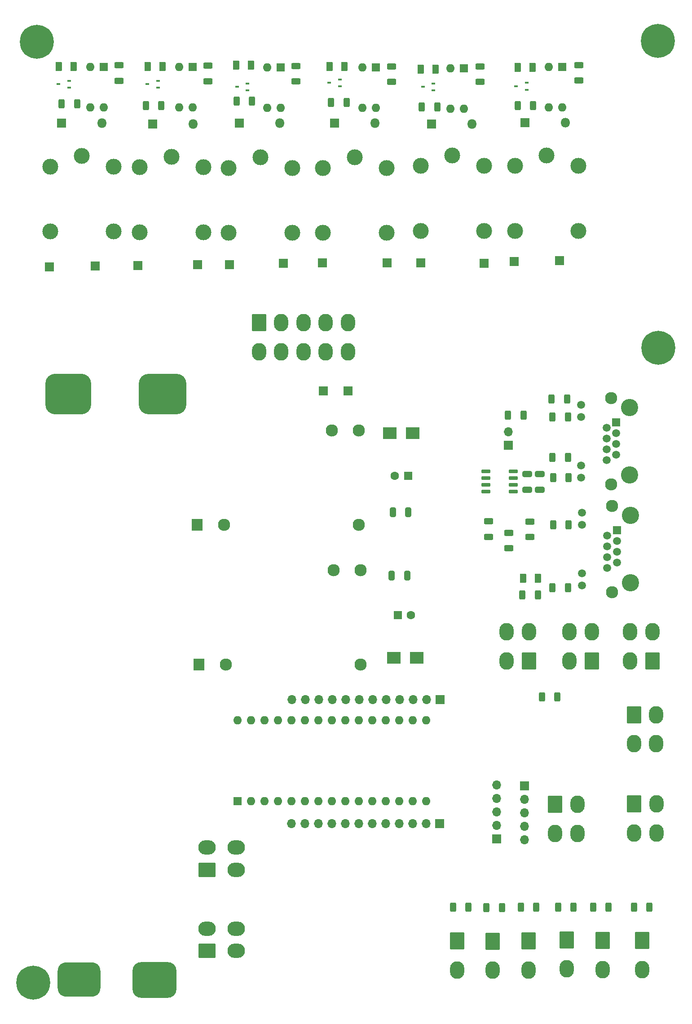
<source format=gts>
%TF.GenerationSoftware,KiCad,Pcbnew,6.0.6-3a73a75311~116~ubuntu20.04.1*%
%TF.CreationDate,2022-07-08T20:35:28+03:00*%
%TF.ProjectId,kolos_system_2022,6b6f6c6f-735f-4737-9973-74656d5f3230,rev?*%
%TF.SameCoordinates,Original*%
%TF.FileFunction,Soldermask,Top*%
%TF.FilePolarity,Negative*%
%FSLAX46Y46*%
G04 Gerber Fmt 4.6, Leading zero omitted, Abs format (unit mm)*
G04 Created by KiCad (PCBNEW 6.0.6-3a73a75311~116~ubuntu20.04.1) date 2022-07-08 20:35:28*
%MOMM*%
%LPD*%
G01*
G04 APERTURE LIST*
G04 Aperture macros list*
%AMRoundRect*
0 Rectangle with rounded corners*
0 $1 Rounding radius*
0 $2 $3 $4 $5 $6 $7 $8 $9 X,Y pos of 4 corners*
0 Add a 4 corners polygon primitive as box body*
4,1,4,$2,$3,$4,$5,$6,$7,$8,$9,$2,$3,0*
0 Add four circle primitives for the rounded corners*
1,1,$1+$1,$2,$3*
1,1,$1+$1,$4,$5*
1,1,$1+$1,$6,$7*
1,1,$1+$1,$8,$9*
0 Add four rect primitives between the rounded corners*
20,1,$1+$1,$2,$3,$4,$5,0*
20,1,$1+$1,$4,$5,$6,$7,0*
20,1,$1+$1,$6,$7,$8,$9,0*
20,1,$1+$1,$8,$9,$2,$3,0*%
G04 Aperture macros list end*
%ADD10R,1.700000X1.700000*%
%ADD11RoundRect,0.250001X-1.099999X-1.399999X1.099999X-1.399999X1.099999X1.399999X-1.099999X1.399999X0*%
%ADD12O,2.700000X3.300000*%
%ADD13RoundRect,0.250000X0.625000X-0.312500X0.625000X0.312500X-0.625000X0.312500X-0.625000X-0.312500X0*%
%ADD14O,1.700000X1.700000*%
%ADD15R,2.500000X2.300000*%
%ADD16R,0.700000X0.450000*%
%ADD17C,3.250000*%
%ADD18R,1.500000X1.500000*%
%ADD19C,1.500000*%
%ADD20C,2.300000*%
%ADD21RoundRect,0.250000X-0.375000X-0.625000X0.375000X-0.625000X0.375000X0.625000X-0.375000X0.625000X0*%
%ADD22R,2.000000X2.300000*%
%ADD23RoundRect,0.250000X0.312500X0.625000X-0.312500X0.625000X-0.312500X-0.625000X0.312500X-0.625000X0*%
%ADD24RoundRect,0.250000X0.650000X-0.325000X0.650000X0.325000X-0.650000X0.325000X-0.650000X-0.325000X0*%
%ADD25RoundRect,0.150000X-0.725000X-0.150000X0.725000X-0.150000X0.725000X0.150000X-0.725000X0.150000X0*%
%ADD26R,1.600000X1.600000*%
%ADD27O,1.600000X1.600000*%
%ADD28RoundRect,0.250000X-0.325000X-0.650000X0.325000X-0.650000X0.325000X0.650000X-0.325000X0.650000X0*%
%ADD29RoundRect,0.250001X1.099999X1.399999X-1.099999X1.399999X-1.099999X-1.399999X1.099999X-1.399999X0*%
%ADD30C,6.400000*%
%ADD31RoundRect,0.250000X-0.312500X-0.625000X0.312500X-0.625000X0.312500X0.625000X-0.312500X0.625000X0*%
%ADD32RoundRect,0.250001X1.399999X-1.099999X1.399999X1.099999X-1.399999X1.099999X-1.399999X-1.099999X0*%
%ADD33O,3.300000X2.700000*%
%ADD34R,1.800000X1.800000*%
%ADD35O,1.800000X1.800000*%
%ADD36C,3.000000*%
%ADD37RoundRect,1.619250X2.413000X1.619250X-2.413000X1.619250X-2.413000X-1.619250X2.413000X-1.619250X0*%
%ADD38RoundRect,1.912938X2.420937X1.912937X-2.420937X1.912937X-2.420937X-1.912937X2.420937X-1.912937X0*%
%ADD39RoundRect,1.682750X2.476500X1.682750X-2.476500X1.682750X-2.476500X-1.682750X2.476500X-1.682750X0*%
%ADD40RoundRect,1.905000X2.603500X1.905000X-2.603500X1.905000X-2.603500X-1.905000X2.603500X-1.905000X0*%
%ADD41C,1.600000*%
%ADD42RoundRect,0.250000X-0.625000X0.312500X-0.625000X-0.312500X0.625000X-0.312500X0.625000X0.312500X0*%
G04 APERTURE END LIST*
D10*
%TO.C,J2*%
X95807000Y-107061000D03*
%TD*%
%TO.C,J1*%
X100457000Y-107061000D03*
%TD*%
D11*
%TO.C,I2C-3*%
X154364000Y-168073000D03*
D12*
X158564000Y-168073000D03*
X154364000Y-173573000D03*
X158564000Y-173573000D03*
%TD*%
D13*
%TO.C,RR1*%
X144018000Y-48579500D03*
X144018000Y-45654500D03*
%TD*%
D10*
%TO.C,SW1*%
X130683000Y-117348000D03*
D14*
X130683000Y-114808000D03*
%TD*%
D15*
%TO.C,D1*%
X112649000Y-115062000D03*
X108349000Y-115062000D03*
%TD*%
D10*
%TO.C,rel2-NC1*%
X126111000Y-83058000D03*
%TD*%
%TO.C,rel3-NC1*%
X107823000Y-82931000D03*
%TD*%
D16*
%TO.C,Q6*%
X47863000Y-49926000D03*
X47863000Y-48626000D03*
X45863000Y-49276000D03*
%TD*%
D17*
%TO.C,J19*%
X153672000Y-143256000D03*
X153672000Y-130556000D03*
D18*
X151132000Y-133346000D03*
D19*
X149352000Y-134362000D03*
X151132000Y-135378000D03*
X149352000Y-136394000D03*
X151132000Y-137410000D03*
X149352000Y-138426000D03*
X151132000Y-139442000D03*
X149352000Y-140458000D03*
X144532000Y-130046000D03*
X144532000Y-132336000D03*
X144532000Y-141476000D03*
X144532000Y-143766000D03*
D20*
X150242000Y-145036000D03*
X150242000Y-128776000D03*
%TD*%
D21*
%TO.C,DRR1*%
X132455000Y-46101000D03*
X135255000Y-46101000D03*
%TD*%
D22*
%TO.C,PS2*%
X72390000Y-158607500D03*
D20*
X77470000Y-158607500D03*
X97790000Y-140827500D03*
X102870000Y-140827500D03*
X102870000Y-158607500D03*
%TD*%
D23*
%TO.C,R16*%
X136271000Y-145542000D03*
X133346000Y-145542000D03*
%TD*%
D21*
%TO.C,D7*%
X133477000Y-142367000D03*
X136277000Y-142367000D03*
%TD*%
D10*
%TO.C,Ja2*%
X117856000Y-165227000D03*
D14*
X115316000Y-165227000D03*
X112776000Y-165227000D03*
X110236000Y-165227000D03*
X107696000Y-165227000D03*
X105156000Y-165227000D03*
X102616000Y-165227000D03*
X100076000Y-165227000D03*
X97536000Y-165227000D03*
X94996000Y-165227000D03*
X92456000Y-165227000D03*
X89916000Y-165227000D03*
%TD*%
D13*
%TO.C,RR5*%
X74041000Y-48706500D03*
X74041000Y-45781500D03*
%TD*%
D21*
%TO.C,DRR5*%
X62732000Y-45974000D03*
X65532000Y-45974000D03*
%TD*%
D24*
%TO.C,C5*%
X136652000Y-125681000D03*
X136652000Y-122731000D03*
%TD*%
D25*
%TO.C,UMAX1*%
X126457000Y-122223000D03*
X126457000Y-123493000D03*
X126457000Y-124763000D03*
X126457000Y-126033000D03*
X131607000Y-126033000D03*
X131607000Y-124763000D03*
X131607000Y-123493000D03*
X131607000Y-122223000D03*
%TD*%
D26*
%TO.C,U1*%
X140848000Y-45984000D03*
D27*
X138308000Y-45984000D03*
X138308000Y-53604000D03*
X140848000Y-53604000D03*
%TD*%
D28*
%TO.C,C3*%
X108683000Y-141859000D03*
X111633000Y-141859000D03*
%TD*%
D16*
%TO.C,Q2*%
X116570000Y-50434000D03*
X116570000Y-49134000D03*
X114570000Y-49784000D03*
%TD*%
D11*
%TO.C,AIN_6*%
X155913000Y-210582000D03*
D12*
X155913000Y-216082000D03*
%TD*%
D29*
%TO.C,1WIRE2*%
X146440000Y-157988000D03*
D12*
X142240000Y-157988000D03*
X146440000Y-152488000D03*
X142240000Y-152488000D03*
%TD*%
D21*
%TO.C,DRR3*%
X97022000Y-45974000D03*
X99822000Y-45974000D03*
%TD*%
D30*
%TO.C,H4*%
X158877000Y-41148000D03*
%TD*%
D11*
%TO.C,AIN_3*%
X134493000Y-210709000D03*
D12*
X134493000Y-216209000D03*
%TD*%
D10*
%TO.C,rel1-NC1*%
X140335000Y-82550000D03*
%TD*%
D31*
%TO.C,RAIN3*%
X133030500Y-204359000D03*
X135955500Y-204359000D03*
%TD*%
D10*
%TO.C,rel6-NC1*%
X52832000Y-83566000D03*
%TD*%
D26*
%TO.C,A1*%
X79629000Y-184394000D03*
D27*
X82169000Y-184394000D03*
X84709000Y-184394000D03*
X87249000Y-184394000D03*
X89789000Y-184394000D03*
X92329000Y-184394000D03*
X94869000Y-184394000D03*
X97409000Y-184394000D03*
X99949000Y-184394000D03*
X102489000Y-184394000D03*
X105029000Y-184394000D03*
X107569000Y-184394000D03*
X110109000Y-184394000D03*
X112649000Y-184394000D03*
X115189000Y-184394000D03*
X115189000Y-169154000D03*
X112649000Y-169154000D03*
X110109000Y-169154000D03*
X107569000Y-169154000D03*
X105029000Y-169154000D03*
X102489000Y-169154000D03*
X99949000Y-169154000D03*
X97409000Y-169154000D03*
X94869000Y-169154000D03*
X92329000Y-169154000D03*
X89789000Y-169154000D03*
X87249000Y-169154000D03*
X84709000Y-169154000D03*
X82169000Y-169154000D03*
X79629000Y-169154000D03*
%TD*%
D11*
%TO.C,AIN_1*%
X121031000Y-210709000D03*
D12*
X121031000Y-216209000D03*
%TD*%
D31*
%TO.C,R5*%
X139126500Y-132334000D03*
X142051500Y-132334000D03*
%TD*%
D16*
%TO.C,Q3*%
X98917000Y-49672000D03*
X98917000Y-48372000D03*
X96917000Y-49022000D03*
%TD*%
D23*
%TO.C,R18*%
X141736000Y-108585000D03*
X138811000Y-108585000D03*
%TD*%
D32*
%TO.C,DHT_2*%
X73914000Y-212598000D03*
D33*
X73914000Y-208398000D03*
X79414000Y-212598000D03*
X79414000Y-208398000D03*
%TD*%
D21*
%TO.C,DRR2*%
X114167000Y-46482000D03*
X116967000Y-46482000D03*
%TD*%
D26*
%TO.C,U6*%
X54361000Y-45984000D03*
D27*
X51821000Y-45984000D03*
X51821000Y-53604000D03*
X54361000Y-53604000D03*
%TD*%
D29*
%TO.C,1WIRE1*%
X134570000Y-157988000D03*
D12*
X130370000Y-157988000D03*
X134570000Y-152488000D03*
X130370000Y-152488000D03*
%TD*%
D10*
%TO.C,rel4-NC1*%
X88265000Y-83058000D03*
%TD*%
D31*
%TO.C,R4*%
X139126500Y-123444000D03*
X142051500Y-123444000D03*
%TD*%
D10*
%TO.C,rel2-NO1*%
X114173000Y-82931000D03*
%TD*%
D11*
%TO.C,J29*%
X83666000Y-94195000D03*
D12*
X87866000Y-94195000D03*
X92066000Y-94195000D03*
X96266000Y-94195000D03*
X100466000Y-94195000D03*
X83666000Y-99695000D03*
X87866000Y-99695000D03*
X92066000Y-99695000D03*
X96266000Y-99695000D03*
X100466000Y-99695000D03*
%TD*%
D31*
%TO.C,R17*%
X130617500Y-111633000D03*
X133542500Y-111633000D03*
%TD*%
%TO.C,R3*%
X138999500Y-112014000D03*
X141924500Y-112014000D03*
%TD*%
D11*
%TO.C,AIN_5*%
X148463000Y-210582000D03*
D12*
X148463000Y-216082000D03*
%TD*%
D13*
%TO.C,RR3*%
X108712000Y-48833500D03*
X108712000Y-45908500D03*
%TD*%
D21*
%TO.C,DRR4*%
X79372000Y-45720000D03*
X82172000Y-45720000D03*
%TD*%
D34*
%TO.C,DR1*%
X133858000Y-56515000D03*
D35*
X141478000Y-56515000D03*
%TD*%
D10*
%TO.C,rel5-NC1*%
X60833000Y-83439000D03*
%TD*%
D17*
%TO.C,J18*%
X153543000Y-122940000D03*
X153543000Y-110240000D03*
D18*
X151003000Y-113030000D03*
D19*
X149223000Y-114046000D03*
X151003000Y-115062000D03*
X149223000Y-116078000D03*
X151003000Y-117094000D03*
X149223000Y-118110000D03*
X151003000Y-119126000D03*
X149223000Y-120142000D03*
X144403000Y-109730000D03*
X144403000Y-112020000D03*
X144403000Y-121160000D03*
X144403000Y-123450000D03*
D20*
X150113000Y-108460000D03*
X150113000Y-124720000D03*
%TD*%
D30*
%TO.C,H1*%
X159004000Y-98933000D03*
%TD*%
D36*
%TO.C,K2*%
X114142000Y-64689000D03*
X120142000Y-62689000D03*
X114142000Y-76889000D03*
X126142000Y-76889000D03*
X126142000Y-64689000D03*
%TD*%
D37*
%TO.C,FL1*%
X49784000Y-218005438D03*
D38*
X47752000Y-107642438D03*
D39*
X64008000Y-218068938D03*
D40*
X65532000Y-107642438D03*
%TD*%
D34*
%TO.C,DR6*%
X46482000Y-56642000D03*
D35*
X54102000Y-56642000D03*
%TD*%
D13*
%TO.C,R7*%
X127000000Y-134558500D03*
X127000000Y-131633500D03*
%TD*%
D26*
%TO.C,U5*%
X71125000Y-45984000D03*
D27*
X68585000Y-45984000D03*
X68585000Y-53604000D03*
X71125000Y-53604000D03*
%TD*%
D22*
%TO.C,PS1*%
X72009000Y-132318500D03*
D20*
X77089000Y-132318500D03*
X97409000Y-114538500D03*
X102489000Y-114538500D03*
X102489000Y-132318500D03*
%TD*%
D28*
%TO.C,C1*%
X108888000Y-129921000D03*
X111838000Y-129921000D03*
%TD*%
D29*
%TO.C,1WIRE3*%
X157870000Y-157988000D03*
D12*
X153670000Y-157988000D03*
X157870000Y-152488000D03*
X153670000Y-152488000D03*
%TD*%
D23*
%TO.C,RRR4*%
X82361500Y-52451000D03*
X79436500Y-52451000D03*
%TD*%
D36*
%TO.C,K4*%
X77947000Y-65070000D03*
X83947000Y-63070000D03*
X77947000Y-77270000D03*
X89947000Y-77270000D03*
X89947000Y-65070000D03*
%TD*%
D26*
%TO.C,C4*%
X109845349Y-149352000D03*
D41*
X112345349Y-149352000D03*
%TD*%
D31*
%TO.C,RAIN2*%
X126553500Y-204395000D03*
X129478500Y-204395000D03*
%TD*%
%TO.C,RAIN1*%
X120265000Y-204343000D03*
X123190000Y-204343000D03*
%TD*%
D23*
%TO.C,RRR6*%
X49403000Y-52959000D03*
X46478000Y-52959000D03*
%TD*%
D26*
%TO.C,U4*%
X87762000Y-46111000D03*
D27*
X85222000Y-46111000D03*
X85222000Y-53731000D03*
X87762000Y-53731000D03*
%TD*%
D11*
%TO.C,AIN_4*%
X141732000Y-210491000D03*
D12*
X141732000Y-215991000D03*
%TD*%
D36*
%TO.C,K1*%
X131922000Y-64689000D03*
X137922000Y-62689000D03*
X131922000Y-76889000D03*
X143922000Y-76889000D03*
X143922000Y-64689000D03*
%TD*%
D10*
%TO.C,rel6-NO1*%
X44196000Y-83693000D03*
%TD*%
D34*
%TO.C,DR4*%
X80010000Y-56642000D03*
D35*
X87630000Y-56642000D03*
%TD*%
D13*
%TO.C,R11*%
X134747000Y-134624000D03*
X134747000Y-131699000D03*
%TD*%
D16*
%TO.C,Q5*%
X64627000Y-49926000D03*
X64627000Y-48626000D03*
X62627000Y-49276000D03*
%TD*%
D31*
%TO.C,R1WIRE1*%
X137029000Y-164719000D03*
X139954000Y-164719000D03*
%TD*%
D10*
%TO.C,rel1-NO1*%
X131826000Y-82677000D03*
%TD*%
D23*
%TO.C,RRR1*%
X135382000Y-53340000D03*
X132457000Y-53340000D03*
%TD*%
%TO.C,R19*%
X141924500Y-119634000D03*
X138999500Y-119634000D03*
%TD*%
D11*
%TO.C,AIN_2*%
X127762000Y-210745000D03*
D12*
X127762000Y-216245000D03*
%TD*%
D23*
%TO.C,RRR3*%
X100203000Y-52705000D03*
X97278000Y-52705000D03*
%TD*%
D15*
%TO.C,D2*%
X109102000Y-157353000D03*
X113402000Y-157353000D03*
%TD*%
D31*
%TO.C,RAIN5*%
X146681000Y-204343000D03*
X149606000Y-204343000D03*
%TD*%
D11*
%TO.C,I2C-2*%
X154423000Y-184912000D03*
D12*
X158623000Y-184912000D03*
X154423000Y-190412000D03*
X158623000Y-190412000D03*
%TD*%
D42*
%TO.C,R12*%
X130810000Y-133792500D03*
X130810000Y-136717500D03*
%TD*%
D30*
%TO.C,H3*%
X41148000Y-218567000D03*
%TD*%
D34*
%TO.C,DR3*%
X97917000Y-56642000D03*
D35*
X105537000Y-56642000D03*
%TD*%
D10*
%TO.C,Ja1*%
X117729000Y-188595000D03*
D14*
X115189000Y-188595000D03*
X112649000Y-188595000D03*
X110109000Y-188595000D03*
X107569000Y-188595000D03*
X105029000Y-188595000D03*
X102489000Y-188595000D03*
X99949000Y-188595000D03*
X97409000Y-188595000D03*
X94869000Y-188595000D03*
X92329000Y-188595000D03*
X89789000Y-188595000D03*
%TD*%
D23*
%TO.C,RRR2*%
X117286500Y-53594000D03*
X114361500Y-53594000D03*
%TD*%
D13*
%TO.C,RR6*%
X57277000Y-48645000D03*
X57277000Y-45720000D03*
%TD*%
D26*
%TO.C,U2*%
X122306000Y-46238000D03*
D27*
X119766000Y-46238000D03*
X119766000Y-53858000D03*
X122306000Y-53858000D03*
%TD*%
D31*
%TO.C,RAIN4*%
X140077000Y-204343000D03*
X143002000Y-204343000D03*
%TD*%
D10*
%TO.C,J5v1*%
X133731000Y-181483000D03*
D14*
X133731000Y-184023000D03*
X133731000Y-186563000D03*
X133731000Y-189103000D03*
X133731000Y-191643000D03*
%TD*%
D10*
%TO.C,Jgnd1*%
X128524000Y-191516000D03*
D14*
X128524000Y-188976000D03*
X128524000Y-186436000D03*
X128524000Y-183896000D03*
X128524000Y-181356000D03*
%TD*%
D32*
%TO.C,DHT_1*%
X73839000Y-197299000D03*
D33*
X73839000Y-193099000D03*
X79339000Y-197299000D03*
X79339000Y-193099000D03*
%TD*%
D10*
%TO.C,rel3-NO1*%
X95631000Y-82931000D03*
%TD*%
D34*
%TO.C,DR2*%
X116205000Y-56769000D03*
D35*
X123825000Y-56769000D03*
%TD*%
D31*
%TO.C,RAIN6*%
X154366500Y-204343000D03*
X157291500Y-204343000D03*
%TD*%
D21*
%TO.C,DRR6*%
X45968000Y-45974000D03*
X48768000Y-45974000D03*
%TD*%
D23*
%TO.C,RRR5*%
X65278000Y-53340000D03*
X62353000Y-53340000D03*
%TD*%
D16*
%TO.C,Q1*%
X134157500Y-50307000D03*
X134157500Y-49007000D03*
X132157500Y-49657000D03*
%TD*%
D34*
%TO.C,DR5*%
X63627000Y-56769000D03*
D35*
X71247000Y-56769000D03*
%TD*%
D10*
%TO.C,rel4-NO1*%
X78105000Y-83312000D03*
%TD*%
D26*
%TO.C,U3*%
X105669000Y-46111000D03*
D27*
X103129000Y-46111000D03*
X103129000Y-53731000D03*
X105669000Y-53731000D03*
%TD*%
D10*
%TO.C,rel5-NO1*%
X72136000Y-83312000D03*
%TD*%
D24*
%TO.C,C6*%
X134239000Y-125681000D03*
X134239000Y-122731000D03*
%TD*%
D30*
%TO.C,H2*%
X41783000Y-41275000D03*
%TD*%
D11*
%TO.C,I2C-1*%
X139505000Y-184964000D03*
D12*
X143705000Y-184964000D03*
X139505000Y-190464000D03*
X143705000Y-190464000D03*
%TD*%
D16*
%TO.C,Q4*%
X81518000Y-50434000D03*
X81518000Y-49134000D03*
X79518000Y-49784000D03*
%TD*%
D36*
%TO.C,K5*%
X61183000Y-64943000D03*
X67183000Y-62943000D03*
X61183000Y-77143000D03*
X73183000Y-77143000D03*
X73183000Y-64943000D03*
%TD*%
D13*
%TO.C,RR2*%
X125349000Y-48833500D03*
X125349000Y-45908500D03*
%TD*%
D36*
%TO.C,K6*%
X44292000Y-64816000D03*
X50292000Y-62816000D03*
X44292000Y-77016000D03*
X56292000Y-77016000D03*
X56292000Y-64816000D03*
%TD*%
%TO.C,K3*%
X95727000Y-65070000D03*
X101727000Y-63070000D03*
X95727000Y-77270000D03*
X107727000Y-77270000D03*
X107727000Y-65070000D03*
%TD*%
D26*
%TO.C,C2*%
X111769651Y-123063000D03*
D41*
X109269651Y-123063000D03*
%TD*%
D31*
%TO.C,R6*%
X138999500Y-144145000D03*
X141924500Y-144145000D03*
%TD*%
D13*
%TO.C,RR4*%
X90678000Y-48772000D03*
X90678000Y-45847000D03*
%TD*%
M02*

</source>
